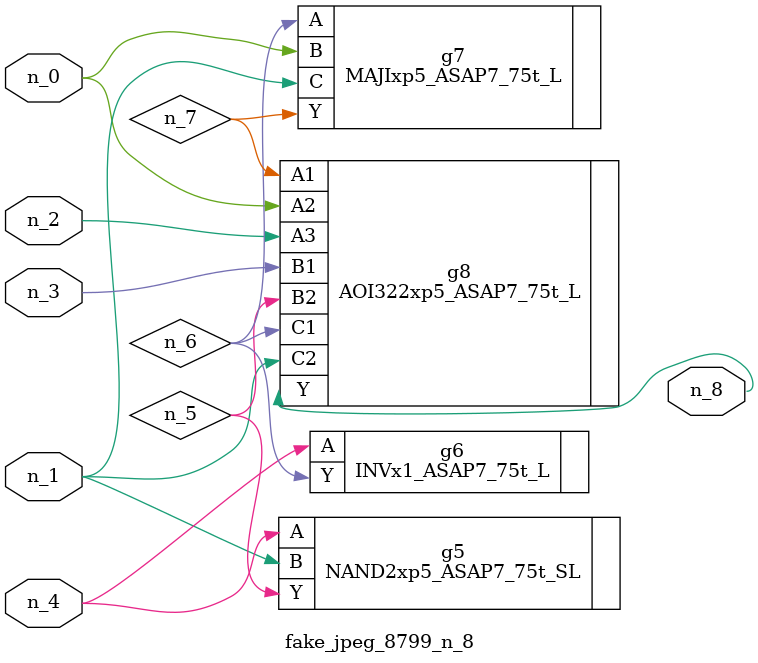
<source format=v>
module fake_jpeg_8799_n_8 (n_3, n_2, n_1, n_0, n_4, n_8);

input n_3;
input n_2;
input n_1;
input n_0;
input n_4;

output n_8;

wire n_6;
wire n_5;
wire n_7;

NAND2xp5_ASAP7_75t_SL g5 ( 
.A(n_4),
.B(n_1),
.Y(n_5)
);

INVx1_ASAP7_75t_L g6 ( 
.A(n_4),
.Y(n_6)
);

MAJIxp5_ASAP7_75t_L g7 ( 
.A(n_6),
.B(n_0),
.C(n_1),
.Y(n_7)
);

AOI322xp5_ASAP7_75t_L g8 ( 
.A1(n_7),
.A2(n_0),
.A3(n_2),
.B1(n_3),
.B2(n_5),
.C1(n_6),
.C2(n_1),
.Y(n_8)
);


endmodule
</source>
